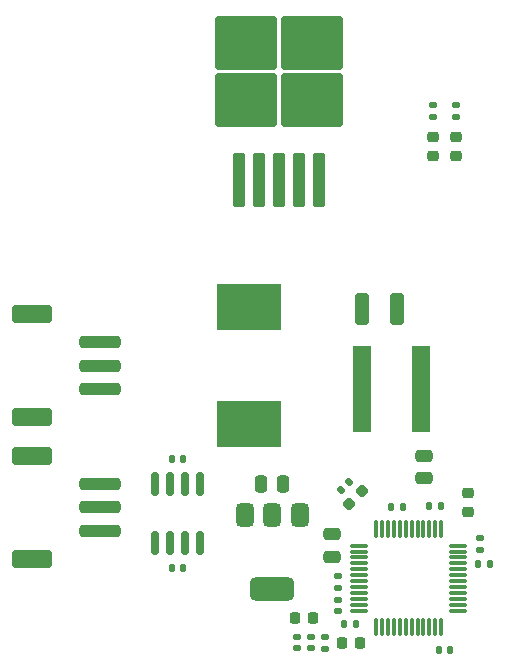
<source format=gbr>
%TF.GenerationSoftware,KiCad,Pcbnew,8.0.8*%
%TF.CreationDate,2025-02-05T17:12:45-05:00*%
%TF.ProjectId,Spectrometer V1.0,53706563-7472-46f6-9d65-746572205631,rev?*%
%TF.SameCoordinates,Original*%
%TF.FileFunction,Paste,Top*%
%TF.FilePolarity,Positive*%
%FSLAX46Y46*%
G04 Gerber Fmt 4.6, Leading zero omitted, Abs format (unit mm)*
G04 Created by KiCad (PCBNEW 8.0.8) date 2025-02-05 17:12:45*
%MOMM*%
%LPD*%
G01*
G04 APERTURE LIST*
G04 Aperture macros list*
%AMRoundRect*
0 Rectangle with rounded corners*
0 $1 Rounding radius*
0 $2 $3 $4 $5 $6 $7 $8 $9 X,Y pos of 4 corners*
0 Add a 4 corners polygon primitive as box body*
4,1,4,$2,$3,$4,$5,$6,$7,$8,$9,$2,$3,0*
0 Add four circle primitives for the rounded corners*
1,1,$1+$1,$2,$3*
1,1,$1+$1,$4,$5*
1,1,$1+$1,$6,$7*
1,1,$1+$1,$8,$9*
0 Add four rect primitives between the rounded corners*
20,1,$1+$1,$2,$3,$4,$5,0*
20,1,$1+$1,$4,$5,$6,$7,0*
20,1,$1+$1,$6,$7,$8,$9,0*
20,1,$1+$1,$8,$9,$2,$3,0*%
G04 Aperture macros list end*
%ADD10RoundRect,0.250000X-0.325000X-1.100000X0.325000X-1.100000X0.325000X1.100000X-0.325000X1.100000X0*%
%ADD11RoundRect,0.250000X-0.475000X0.250000X-0.475000X-0.250000X0.475000X-0.250000X0.475000X0.250000X0*%
%ADD12RoundRect,0.135000X-0.185000X0.135000X-0.185000X-0.135000X0.185000X-0.135000X0.185000X0.135000X0*%
%ADD13RoundRect,0.218750X-0.218750X-0.256250X0.218750X-0.256250X0.218750X0.256250X-0.218750X0.256250X0*%
%ADD14RoundRect,0.135000X-0.035355X0.226274X-0.226274X0.035355X0.035355X-0.226274X0.226274X-0.035355X0*%
%ADD15RoundRect,0.218750X-0.026517X0.335876X-0.335876X0.026517X0.026517X-0.335876X0.335876X-0.026517X0*%
%ADD16RoundRect,0.140000X0.140000X0.170000X-0.140000X0.170000X-0.140000X-0.170000X0.140000X-0.170000X0*%
%ADD17RoundRect,0.075000X-0.075000X0.662500X-0.075000X-0.662500X0.075000X-0.662500X0.075000X0.662500X0*%
%ADD18RoundRect,0.075000X-0.662500X0.075000X-0.662500X-0.075000X0.662500X-0.075000X0.662500X0.075000X0*%
%ADD19R,1.600000X7.350000*%
%ADD20RoundRect,0.150000X0.150000X-0.825000X0.150000X0.825000X-0.150000X0.825000X-0.150000X-0.825000X0*%
%ADD21RoundRect,0.250000X-1.500000X0.250000X-1.500000X-0.250000X1.500000X-0.250000X1.500000X0.250000X0*%
%ADD22RoundRect,0.250001X-1.449999X0.499999X-1.449999X-0.499999X1.449999X-0.499999X1.449999X0.499999X0*%
%ADD23RoundRect,0.135000X-0.135000X-0.185000X0.135000X-0.185000X0.135000X0.185000X-0.135000X0.185000X0*%
%ADD24RoundRect,0.225000X0.250000X-0.225000X0.250000X0.225000X-0.250000X0.225000X-0.250000X-0.225000X0*%
%ADD25RoundRect,0.250000X-0.250000X-0.475000X0.250000X-0.475000X0.250000X0.475000X-0.250000X0.475000X0*%
%ADD26RoundRect,0.135000X0.185000X-0.135000X0.185000X0.135000X-0.185000X0.135000X-0.185000X-0.135000X0*%
%ADD27RoundRect,0.140000X-0.170000X0.140000X-0.170000X-0.140000X0.170000X-0.140000X0.170000X0.140000X0*%
%ADD28RoundRect,0.218750X0.218750X0.256250X-0.218750X0.256250X-0.218750X-0.256250X0.218750X-0.256250X0*%
%ADD29R,5.511800X3.860800*%
%ADD30RoundRect,0.250000X0.300000X-2.050000X0.300000X2.050000X-0.300000X2.050000X-0.300000X-2.050000X0*%
%ADD31RoundRect,0.250000X2.375000X-2.025000X2.375000X2.025000X-2.375000X2.025000X-2.375000X-2.025000X0*%
%ADD32RoundRect,0.375000X-0.375000X0.625000X-0.375000X-0.625000X0.375000X-0.625000X0.375000X0.625000X0*%
%ADD33RoundRect,0.500000X-1.400000X0.500000X-1.400000X-0.500000X1.400000X-0.500000X1.400000X0.500000X0*%
%ADD34RoundRect,0.250000X0.475000X-0.250000X0.475000X0.250000X-0.475000X0.250000X-0.475000X-0.250000X0*%
%ADD35RoundRect,0.218750X-0.256250X0.218750X-0.256250X-0.218750X0.256250X-0.218750X0.256250X0.218750X0*%
%ADD36RoundRect,0.140000X0.170000X-0.140000X0.170000X0.140000X-0.170000X0.140000X-0.170000X-0.140000X0*%
G04 APERTURE END LIST*
D10*
%TO.C,C15*%
X126025000Y-102200000D03*
X128975000Y-102200000D03*
%TD*%
D11*
%TO.C,C16*%
X131300000Y-114650000D03*
X131300000Y-116550000D03*
%TD*%
D12*
%TO.C,R10*%
X122900000Y-129990000D03*
X122900000Y-131010000D03*
%TD*%
D13*
%TO.C,D8*%
X124312500Y-130500000D03*
X125887500Y-130500000D03*
%TD*%
D14*
%TO.C,R9*%
X124960624Y-116839376D03*
X124239376Y-117560624D03*
%TD*%
D15*
%TO.C,D7*%
X124943153Y-118756847D03*
X126056847Y-117643153D03*
%TD*%
D16*
%TO.C,C4*%
X129460000Y-118940000D03*
X128500000Y-118940000D03*
%TD*%
D17*
%TO.C,U2*%
X132730000Y-120837500D03*
X132230000Y-120837500D03*
X131730000Y-120837500D03*
X131230000Y-120837500D03*
X130730000Y-120837500D03*
X130230000Y-120837500D03*
X129730000Y-120837500D03*
X129230000Y-120837500D03*
X128730000Y-120837500D03*
X128230000Y-120837500D03*
X127730000Y-120837500D03*
X127230000Y-120837500D03*
D18*
X125817500Y-122250000D03*
X125817500Y-122750000D03*
X125817500Y-123250000D03*
X125817500Y-123750000D03*
X125817500Y-124250000D03*
X125817500Y-124750000D03*
X125817500Y-125250000D03*
X125817500Y-125750000D03*
X125817500Y-126250000D03*
X125817500Y-126750000D03*
X125817500Y-127250000D03*
X125817500Y-127750000D03*
D17*
X127230000Y-129162500D03*
X127730000Y-129162500D03*
X128230000Y-129162500D03*
X128730000Y-129162500D03*
X129230000Y-129162500D03*
X129730000Y-129162500D03*
X130230000Y-129162500D03*
X130730000Y-129162500D03*
X131230000Y-129162500D03*
X131730000Y-129162500D03*
X132230000Y-129162500D03*
X132730000Y-129162500D03*
D18*
X134142500Y-127750000D03*
X134142500Y-127250000D03*
X134142500Y-126750000D03*
X134142500Y-126250000D03*
X134142500Y-125750000D03*
X134142500Y-125250000D03*
X134142500Y-124750000D03*
X134142500Y-124250000D03*
X134142500Y-123750000D03*
X134142500Y-123250000D03*
X134142500Y-122750000D03*
X134142500Y-122250000D03*
%TD*%
D19*
%TO.C,L2*%
X126000000Y-109000000D03*
X131000000Y-109000000D03*
%TD*%
D16*
%TO.C,C6*%
X133480000Y-131120000D03*
X132520000Y-131120000D03*
%TD*%
D20*
%TO.C,U3*%
X108500000Y-122000000D03*
X109770000Y-122000000D03*
X111040000Y-122000000D03*
X112310000Y-122000000D03*
X112310000Y-117050000D03*
X111040000Y-117050000D03*
X109770000Y-117050000D03*
X108500000Y-117050000D03*
%TD*%
D21*
%TO.C,J4*%
X103850000Y-105000000D03*
X103850000Y-107000000D03*
X103850000Y-109000000D03*
D22*
X98100000Y-102650000D03*
X98100000Y-111350000D03*
%TD*%
D23*
%TO.C,R2*%
X135870000Y-123800000D03*
X136890000Y-123800000D03*
%TD*%
D24*
%TO.C,C2*%
X135000000Y-119375000D03*
X135000000Y-117825000D03*
%TD*%
D25*
%TO.C,C17*%
X117450000Y-117000000D03*
X119350000Y-117000000D03*
%TD*%
D26*
%TO.C,R4*%
X134000000Y-85972500D03*
X134000000Y-84952500D03*
%TD*%
D27*
%TO.C,C10*%
X121733750Y-130000000D03*
X121733750Y-130960000D03*
%TD*%
D28*
%TO.C,FB1*%
X121921250Y-128400000D03*
X120346250Y-128400000D03*
%TD*%
D29*
%TO.C,L1*%
X116500000Y-102021600D03*
X116500000Y-111978400D03*
%TD*%
D30*
%TO.C,U4*%
X115600000Y-91275000D03*
X117300000Y-91275000D03*
X119000000Y-91275000D03*
X120700000Y-91275000D03*
X122400000Y-91275000D03*
D31*
X116225000Y-84550000D03*
X121775000Y-84550000D03*
X116225000Y-79700000D03*
X121775000Y-79700000D03*
%TD*%
D32*
%TO.C,U5*%
X120750000Y-119650000D03*
X118450000Y-119650000D03*
D33*
X118450000Y-125950000D03*
D32*
X116150000Y-119650000D03*
%TD*%
D16*
%TO.C,C5*%
X132680000Y-118920000D03*
X131720000Y-118920000D03*
%TD*%
D27*
%TO.C,C11*%
X120533750Y-130000000D03*
X120533750Y-130960000D03*
%TD*%
%TO.C,C9*%
X124000000Y-126840000D03*
X124000000Y-127800000D03*
%TD*%
D34*
%TO.C,C18*%
X123450000Y-123200000D03*
X123450000Y-121300000D03*
%TD*%
D16*
%TO.C,C8*%
X125480000Y-128920000D03*
X124520000Y-128920000D03*
%TD*%
D35*
%TO.C,D4*%
X134000000Y-87675000D03*
X134000000Y-89250000D03*
%TD*%
D26*
%TO.C,R5*%
X132000000Y-85982500D03*
X132000000Y-84962500D03*
%TD*%
D16*
%TO.C,C12*%
X110885000Y-124125000D03*
X109925000Y-124125000D03*
%TD*%
D27*
%TO.C,C3*%
X135980000Y-121640000D03*
X135980000Y-122600000D03*
%TD*%
D35*
%TO.C,D5*%
X132000000Y-87695000D03*
X132000000Y-89270000D03*
%TD*%
D36*
%TO.C,C7*%
X124000000Y-125800000D03*
X124000000Y-124840000D03*
%TD*%
D16*
%TO.C,C13*%
X110885000Y-114925000D03*
X109925000Y-114925000D03*
%TD*%
D21*
%TO.C,J5*%
X103850000Y-117000000D03*
X103850000Y-119000000D03*
X103850000Y-121000000D03*
D22*
X98100000Y-114650000D03*
X98100000Y-123350000D03*
%TD*%
M02*

</source>
